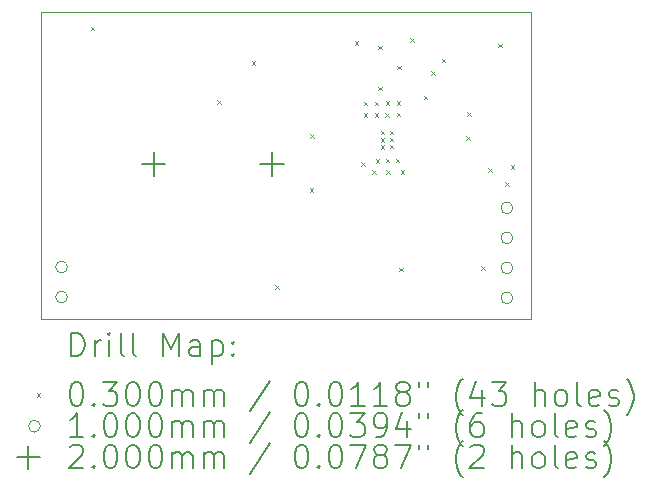
<source format=gbr>
%TF.GenerationSoftware,KiCad,Pcbnew,8.0.5*%
%TF.CreationDate,2025-01-23T11:22:37+01:00*%
%TF.ProjectId,PPP_v3_2,5050505f-7633-45f3-922e-6b696361645f,rev?*%
%TF.SameCoordinates,Original*%
%TF.FileFunction,Drillmap*%
%TF.FilePolarity,Positive*%
%FSLAX45Y45*%
G04 Gerber Fmt 4.5, Leading zero omitted, Abs format (unit mm)*
G04 Created by KiCad (PCBNEW 8.0.5) date 2025-01-23 11:22:37*
%MOMM*%
%LPD*%
G01*
G04 APERTURE LIST*
%ADD10C,0.050000*%
%ADD11C,0.200000*%
%ADD12C,0.100000*%
G04 APERTURE END LIST*
D10*
X13549000Y-7400000D02*
X17700000Y-7400000D01*
X17700000Y-10000000D01*
X13549000Y-10000000D01*
X13549000Y-7400000D01*
D11*
D12*
X13975000Y-7525000D02*
X14005000Y-7555000D01*
X14005000Y-7525000D02*
X13975000Y-7555000D01*
X15045000Y-8145000D02*
X15075000Y-8175000D01*
X15075000Y-8145000D02*
X15045000Y-8175000D01*
X15337500Y-7815000D02*
X15367500Y-7845000D01*
X15367500Y-7815000D02*
X15337500Y-7845000D01*
X15535000Y-9713000D02*
X15565000Y-9743000D01*
X15565000Y-9713000D02*
X15535000Y-9743000D01*
X15829000Y-8893000D02*
X15859000Y-8923000D01*
X15859000Y-8893000D02*
X15829000Y-8923000D01*
X15832000Y-8434000D02*
X15862000Y-8464000D01*
X15862000Y-8434000D02*
X15832000Y-8464000D01*
X16210000Y-7647000D02*
X16240000Y-7677000D01*
X16240000Y-7647000D02*
X16210000Y-7677000D01*
X16262000Y-8674000D02*
X16292000Y-8704000D01*
X16292000Y-8674000D02*
X16262000Y-8704000D01*
X16284000Y-8161000D02*
X16314000Y-8191000D01*
X16314000Y-8161000D02*
X16284000Y-8191000D01*
X16284000Y-8258000D02*
X16314000Y-8288000D01*
X16314000Y-8258000D02*
X16284000Y-8288000D01*
X16355000Y-8740000D02*
X16385000Y-8770000D01*
X16385000Y-8740000D02*
X16355000Y-8770000D01*
X16378000Y-8159000D02*
X16408000Y-8189000D01*
X16408000Y-8159000D02*
X16378000Y-8189000D01*
X16378000Y-8256000D02*
X16408000Y-8286000D01*
X16408000Y-8256000D02*
X16378000Y-8286000D01*
X16385000Y-8645000D02*
X16415000Y-8675000D01*
X16415000Y-8645000D02*
X16385000Y-8675000D01*
X16407000Y-7684000D02*
X16437000Y-7714000D01*
X16437000Y-7684000D02*
X16407000Y-7714000D01*
X16407000Y-8033000D02*
X16437000Y-8063000D01*
X16437000Y-8033000D02*
X16407000Y-8063000D01*
X16428000Y-8406000D02*
X16458000Y-8436000D01*
X16458000Y-8406000D02*
X16428000Y-8436000D01*
X16428000Y-8467000D02*
X16458000Y-8497000D01*
X16458000Y-8467000D02*
X16428000Y-8497000D01*
X16430000Y-8526000D02*
X16460000Y-8556000D01*
X16460000Y-8526000D02*
X16430000Y-8556000D01*
X16468000Y-8258000D02*
X16498000Y-8288000D01*
X16498000Y-8258000D02*
X16468000Y-8288000D01*
X16470000Y-8156000D02*
X16500000Y-8186000D01*
X16500000Y-8156000D02*
X16470000Y-8186000D01*
X16470000Y-8643000D02*
X16500000Y-8673000D01*
X16500000Y-8643000D02*
X16470000Y-8673000D01*
X16477000Y-8738000D02*
X16507000Y-8768000D01*
X16507000Y-8738000D02*
X16477000Y-8768000D01*
X16505000Y-8465000D02*
X16535000Y-8495000D01*
X16535000Y-8465000D02*
X16505000Y-8495000D01*
X16506000Y-8404000D02*
X16536000Y-8434000D01*
X16536000Y-8404000D02*
X16506000Y-8434000D01*
X16506000Y-8525000D02*
X16536000Y-8555000D01*
X16536000Y-8525000D02*
X16506000Y-8555000D01*
X16555000Y-8643000D02*
X16585000Y-8673000D01*
X16585000Y-8643000D02*
X16555000Y-8673000D01*
X16563000Y-8156000D02*
X16593000Y-8186000D01*
X16593000Y-8156000D02*
X16563000Y-8186000D01*
X16563000Y-8251000D02*
X16593000Y-8281000D01*
X16593000Y-8251000D02*
X16563000Y-8281000D01*
X16567000Y-7854000D02*
X16597000Y-7884000D01*
X16597000Y-7854000D02*
X16567000Y-7884000D01*
X16586000Y-9566000D02*
X16616000Y-9596000D01*
X16616000Y-9566000D02*
X16586000Y-9596000D01*
X16598000Y-8740000D02*
X16628000Y-8770000D01*
X16628000Y-8740000D02*
X16598000Y-8770000D01*
X16677000Y-7622000D02*
X16707000Y-7652000D01*
X16707000Y-7622000D02*
X16677000Y-7652000D01*
X16794000Y-8107000D02*
X16824000Y-8137000D01*
X16824000Y-8107000D02*
X16794000Y-8137000D01*
X16857000Y-7903000D02*
X16887000Y-7933000D01*
X16887000Y-7903000D02*
X16857000Y-7933000D01*
X16947000Y-7796000D02*
X16977000Y-7826000D01*
X16977000Y-7796000D02*
X16947000Y-7826000D01*
X17154000Y-8453000D02*
X17184000Y-8483000D01*
X17184000Y-8453000D02*
X17154000Y-8483000D01*
X17160000Y-8248000D02*
X17190000Y-8278000D01*
X17190000Y-8248000D02*
X17160000Y-8278000D01*
X17282000Y-9551000D02*
X17312000Y-9581000D01*
X17312000Y-9551000D02*
X17282000Y-9581000D01*
X17340000Y-8722000D02*
X17370000Y-8752000D01*
X17370000Y-8722000D02*
X17340000Y-8752000D01*
X17425000Y-7670000D02*
X17455000Y-7700000D01*
X17455000Y-7670000D02*
X17425000Y-7700000D01*
X17482000Y-8841000D02*
X17512000Y-8871000D01*
X17512000Y-8841000D02*
X17482000Y-8871000D01*
X17530000Y-8698000D02*
X17560000Y-8728000D01*
X17560000Y-8698000D02*
X17530000Y-8728000D01*
X13777000Y-9560000D02*
G75*
G02*
X13677000Y-9560000I-50000J0D01*
G01*
X13677000Y-9560000D02*
G75*
G02*
X13777000Y-9560000I50000J0D01*
G01*
X13777000Y-9814000D02*
G75*
G02*
X13677000Y-9814000I-50000J0D01*
G01*
X13677000Y-9814000D02*
G75*
G02*
X13777000Y-9814000I50000J0D01*
G01*
X17547000Y-9058000D02*
G75*
G02*
X17447000Y-9058000I-50000J0D01*
G01*
X17447000Y-9058000D02*
G75*
G02*
X17547000Y-9058000I50000J0D01*
G01*
X17547000Y-9312000D02*
G75*
G02*
X17447000Y-9312000I-50000J0D01*
G01*
X17447000Y-9312000D02*
G75*
G02*
X17547000Y-9312000I50000J0D01*
G01*
X17547000Y-9566000D02*
G75*
G02*
X17447000Y-9566000I-50000J0D01*
G01*
X17447000Y-9566000D02*
G75*
G02*
X17547000Y-9566000I50000J0D01*
G01*
X17547000Y-9820000D02*
G75*
G02*
X17447000Y-9820000I-50000J0D01*
G01*
X17447000Y-9820000D02*
G75*
G02*
X17547000Y-9820000I50000J0D01*
G01*
D11*
X14506537Y-8589000D02*
X14506537Y-8789000D01*
X14406537Y-8689000D02*
X14606537Y-8689000D01*
X15506537Y-8589000D02*
X15506537Y-8789000D01*
X15406537Y-8689000D02*
X15606537Y-8689000D01*
X13807277Y-10313984D02*
X13807277Y-10113984D01*
X13807277Y-10113984D02*
X13854896Y-10113984D01*
X13854896Y-10113984D02*
X13883467Y-10123508D01*
X13883467Y-10123508D02*
X13902515Y-10142555D01*
X13902515Y-10142555D02*
X13912039Y-10161603D01*
X13912039Y-10161603D02*
X13921562Y-10199698D01*
X13921562Y-10199698D02*
X13921562Y-10228270D01*
X13921562Y-10228270D02*
X13912039Y-10266365D01*
X13912039Y-10266365D02*
X13902515Y-10285412D01*
X13902515Y-10285412D02*
X13883467Y-10304460D01*
X13883467Y-10304460D02*
X13854896Y-10313984D01*
X13854896Y-10313984D02*
X13807277Y-10313984D01*
X14007277Y-10313984D02*
X14007277Y-10180650D01*
X14007277Y-10218746D02*
X14016801Y-10199698D01*
X14016801Y-10199698D02*
X14026324Y-10190174D01*
X14026324Y-10190174D02*
X14045372Y-10180650D01*
X14045372Y-10180650D02*
X14064420Y-10180650D01*
X14131086Y-10313984D02*
X14131086Y-10180650D01*
X14131086Y-10113984D02*
X14121562Y-10123508D01*
X14121562Y-10123508D02*
X14131086Y-10133031D01*
X14131086Y-10133031D02*
X14140610Y-10123508D01*
X14140610Y-10123508D02*
X14131086Y-10113984D01*
X14131086Y-10113984D02*
X14131086Y-10133031D01*
X14254896Y-10313984D02*
X14235848Y-10304460D01*
X14235848Y-10304460D02*
X14226324Y-10285412D01*
X14226324Y-10285412D02*
X14226324Y-10113984D01*
X14359658Y-10313984D02*
X14340610Y-10304460D01*
X14340610Y-10304460D02*
X14331086Y-10285412D01*
X14331086Y-10285412D02*
X14331086Y-10113984D01*
X14588229Y-10313984D02*
X14588229Y-10113984D01*
X14588229Y-10113984D02*
X14654896Y-10256841D01*
X14654896Y-10256841D02*
X14721562Y-10113984D01*
X14721562Y-10113984D02*
X14721562Y-10313984D01*
X14902515Y-10313984D02*
X14902515Y-10209222D01*
X14902515Y-10209222D02*
X14892991Y-10190174D01*
X14892991Y-10190174D02*
X14873943Y-10180650D01*
X14873943Y-10180650D02*
X14835848Y-10180650D01*
X14835848Y-10180650D02*
X14816801Y-10190174D01*
X14902515Y-10304460D02*
X14883467Y-10313984D01*
X14883467Y-10313984D02*
X14835848Y-10313984D01*
X14835848Y-10313984D02*
X14816801Y-10304460D01*
X14816801Y-10304460D02*
X14807277Y-10285412D01*
X14807277Y-10285412D02*
X14807277Y-10266365D01*
X14807277Y-10266365D02*
X14816801Y-10247317D01*
X14816801Y-10247317D02*
X14835848Y-10237793D01*
X14835848Y-10237793D02*
X14883467Y-10237793D01*
X14883467Y-10237793D02*
X14902515Y-10228270D01*
X14997753Y-10180650D02*
X14997753Y-10380650D01*
X14997753Y-10190174D02*
X15016801Y-10180650D01*
X15016801Y-10180650D02*
X15054896Y-10180650D01*
X15054896Y-10180650D02*
X15073943Y-10190174D01*
X15073943Y-10190174D02*
X15083467Y-10199698D01*
X15083467Y-10199698D02*
X15092991Y-10218746D01*
X15092991Y-10218746D02*
X15092991Y-10275889D01*
X15092991Y-10275889D02*
X15083467Y-10294936D01*
X15083467Y-10294936D02*
X15073943Y-10304460D01*
X15073943Y-10304460D02*
X15054896Y-10313984D01*
X15054896Y-10313984D02*
X15016801Y-10313984D01*
X15016801Y-10313984D02*
X14997753Y-10304460D01*
X15178705Y-10294936D02*
X15188229Y-10304460D01*
X15188229Y-10304460D02*
X15178705Y-10313984D01*
X15178705Y-10313984D02*
X15169182Y-10304460D01*
X15169182Y-10304460D02*
X15178705Y-10294936D01*
X15178705Y-10294936D02*
X15178705Y-10313984D01*
X15178705Y-10190174D02*
X15188229Y-10199698D01*
X15188229Y-10199698D02*
X15178705Y-10209222D01*
X15178705Y-10209222D02*
X15169182Y-10199698D01*
X15169182Y-10199698D02*
X15178705Y-10190174D01*
X15178705Y-10190174D02*
X15178705Y-10209222D01*
D12*
X13516500Y-10627500D02*
X13546500Y-10657500D01*
X13546500Y-10627500D02*
X13516500Y-10657500D01*
D11*
X13845372Y-10533984D02*
X13864420Y-10533984D01*
X13864420Y-10533984D02*
X13883467Y-10543508D01*
X13883467Y-10543508D02*
X13892991Y-10553031D01*
X13892991Y-10553031D02*
X13902515Y-10572079D01*
X13902515Y-10572079D02*
X13912039Y-10610174D01*
X13912039Y-10610174D02*
X13912039Y-10657793D01*
X13912039Y-10657793D02*
X13902515Y-10695889D01*
X13902515Y-10695889D02*
X13892991Y-10714936D01*
X13892991Y-10714936D02*
X13883467Y-10724460D01*
X13883467Y-10724460D02*
X13864420Y-10733984D01*
X13864420Y-10733984D02*
X13845372Y-10733984D01*
X13845372Y-10733984D02*
X13826324Y-10724460D01*
X13826324Y-10724460D02*
X13816801Y-10714936D01*
X13816801Y-10714936D02*
X13807277Y-10695889D01*
X13807277Y-10695889D02*
X13797753Y-10657793D01*
X13797753Y-10657793D02*
X13797753Y-10610174D01*
X13797753Y-10610174D02*
X13807277Y-10572079D01*
X13807277Y-10572079D02*
X13816801Y-10553031D01*
X13816801Y-10553031D02*
X13826324Y-10543508D01*
X13826324Y-10543508D02*
X13845372Y-10533984D01*
X13997753Y-10714936D02*
X14007277Y-10724460D01*
X14007277Y-10724460D02*
X13997753Y-10733984D01*
X13997753Y-10733984D02*
X13988229Y-10724460D01*
X13988229Y-10724460D02*
X13997753Y-10714936D01*
X13997753Y-10714936D02*
X13997753Y-10733984D01*
X14073943Y-10533984D02*
X14197753Y-10533984D01*
X14197753Y-10533984D02*
X14131086Y-10610174D01*
X14131086Y-10610174D02*
X14159658Y-10610174D01*
X14159658Y-10610174D02*
X14178705Y-10619698D01*
X14178705Y-10619698D02*
X14188229Y-10629222D01*
X14188229Y-10629222D02*
X14197753Y-10648270D01*
X14197753Y-10648270D02*
X14197753Y-10695889D01*
X14197753Y-10695889D02*
X14188229Y-10714936D01*
X14188229Y-10714936D02*
X14178705Y-10724460D01*
X14178705Y-10724460D02*
X14159658Y-10733984D01*
X14159658Y-10733984D02*
X14102515Y-10733984D01*
X14102515Y-10733984D02*
X14083467Y-10724460D01*
X14083467Y-10724460D02*
X14073943Y-10714936D01*
X14321562Y-10533984D02*
X14340610Y-10533984D01*
X14340610Y-10533984D02*
X14359658Y-10543508D01*
X14359658Y-10543508D02*
X14369182Y-10553031D01*
X14369182Y-10553031D02*
X14378705Y-10572079D01*
X14378705Y-10572079D02*
X14388229Y-10610174D01*
X14388229Y-10610174D02*
X14388229Y-10657793D01*
X14388229Y-10657793D02*
X14378705Y-10695889D01*
X14378705Y-10695889D02*
X14369182Y-10714936D01*
X14369182Y-10714936D02*
X14359658Y-10724460D01*
X14359658Y-10724460D02*
X14340610Y-10733984D01*
X14340610Y-10733984D02*
X14321562Y-10733984D01*
X14321562Y-10733984D02*
X14302515Y-10724460D01*
X14302515Y-10724460D02*
X14292991Y-10714936D01*
X14292991Y-10714936D02*
X14283467Y-10695889D01*
X14283467Y-10695889D02*
X14273943Y-10657793D01*
X14273943Y-10657793D02*
X14273943Y-10610174D01*
X14273943Y-10610174D02*
X14283467Y-10572079D01*
X14283467Y-10572079D02*
X14292991Y-10553031D01*
X14292991Y-10553031D02*
X14302515Y-10543508D01*
X14302515Y-10543508D02*
X14321562Y-10533984D01*
X14512039Y-10533984D02*
X14531086Y-10533984D01*
X14531086Y-10533984D02*
X14550134Y-10543508D01*
X14550134Y-10543508D02*
X14559658Y-10553031D01*
X14559658Y-10553031D02*
X14569182Y-10572079D01*
X14569182Y-10572079D02*
X14578705Y-10610174D01*
X14578705Y-10610174D02*
X14578705Y-10657793D01*
X14578705Y-10657793D02*
X14569182Y-10695889D01*
X14569182Y-10695889D02*
X14559658Y-10714936D01*
X14559658Y-10714936D02*
X14550134Y-10724460D01*
X14550134Y-10724460D02*
X14531086Y-10733984D01*
X14531086Y-10733984D02*
X14512039Y-10733984D01*
X14512039Y-10733984D02*
X14492991Y-10724460D01*
X14492991Y-10724460D02*
X14483467Y-10714936D01*
X14483467Y-10714936D02*
X14473943Y-10695889D01*
X14473943Y-10695889D02*
X14464420Y-10657793D01*
X14464420Y-10657793D02*
X14464420Y-10610174D01*
X14464420Y-10610174D02*
X14473943Y-10572079D01*
X14473943Y-10572079D02*
X14483467Y-10553031D01*
X14483467Y-10553031D02*
X14492991Y-10543508D01*
X14492991Y-10543508D02*
X14512039Y-10533984D01*
X14664420Y-10733984D02*
X14664420Y-10600650D01*
X14664420Y-10619698D02*
X14673943Y-10610174D01*
X14673943Y-10610174D02*
X14692991Y-10600650D01*
X14692991Y-10600650D02*
X14721563Y-10600650D01*
X14721563Y-10600650D02*
X14740610Y-10610174D01*
X14740610Y-10610174D02*
X14750134Y-10629222D01*
X14750134Y-10629222D02*
X14750134Y-10733984D01*
X14750134Y-10629222D02*
X14759658Y-10610174D01*
X14759658Y-10610174D02*
X14778705Y-10600650D01*
X14778705Y-10600650D02*
X14807277Y-10600650D01*
X14807277Y-10600650D02*
X14826324Y-10610174D01*
X14826324Y-10610174D02*
X14835848Y-10629222D01*
X14835848Y-10629222D02*
X14835848Y-10733984D01*
X14931086Y-10733984D02*
X14931086Y-10600650D01*
X14931086Y-10619698D02*
X14940610Y-10610174D01*
X14940610Y-10610174D02*
X14959658Y-10600650D01*
X14959658Y-10600650D02*
X14988229Y-10600650D01*
X14988229Y-10600650D02*
X15007277Y-10610174D01*
X15007277Y-10610174D02*
X15016801Y-10629222D01*
X15016801Y-10629222D02*
X15016801Y-10733984D01*
X15016801Y-10629222D02*
X15026324Y-10610174D01*
X15026324Y-10610174D02*
X15045372Y-10600650D01*
X15045372Y-10600650D02*
X15073943Y-10600650D01*
X15073943Y-10600650D02*
X15092991Y-10610174D01*
X15092991Y-10610174D02*
X15102515Y-10629222D01*
X15102515Y-10629222D02*
X15102515Y-10733984D01*
X15492991Y-10524460D02*
X15321563Y-10781603D01*
X15750134Y-10533984D02*
X15769182Y-10533984D01*
X15769182Y-10533984D02*
X15788229Y-10543508D01*
X15788229Y-10543508D02*
X15797753Y-10553031D01*
X15797753Y-10553031D02*
X15807277Y-10572079D01*
X15807277Y-10572079D02*
X15816801Y-10610174D01*
X15816801Y-10610174D02*
X15816801Y-10657793D01*
X15816801Y-10657793D02*
X15807277Y-10695889D01*
X15807277Y-10695889D02*
X15797753Y-10714936D01*
X15797753Y-10714936D02*
X15788229Y-10724460D01*
X15788229Y-10724460D02*
X15769182Y-10733984D01*
X15769182Y-10733984D02*
X15750134Y-10733984D01*
X15750134Y-10733984D02*
X15731086Y-10724460D01*
X15731086Y-10724460D02*
X15721563Y-10714936D01*
X15721563Y-10714936D02*
X15712039Y-10695889D01*
X15712039Y-10695889D02*
X15702515Y-10657793D01*
X15702515Y-10657793D02*
X15702515Y-10610174D01*
X15702515Y-10610174D02*
X15712039Y-10572079D01*
X15712039Y-10572079D02*
X15721563Y-10553031D01*
X15721563Y-10553031D02*
X15731086Y-10543508D01*
X15731086Y-10543508D02*
X15750134Y-10533984D01*
X15902515Y-10714936D02*
X15912039Y-10724460D01*
X15912039Y-10724460D02*
X15902515Y-10733984D01*
X15902515Y-10733984D02*
X15892991Y-10724460D01*
X15892991Y-10724460D02*
X15902515Y-10714936D01*
X15902515Y-10714936D02*
X15902515Y-10733984D01*
X16035848Y-10533984D02*
X16054896Y-10533984D01*
X16054896Y-10533984D02*
X16073944Y-10543508D01*
X16073944Y-10543508D02*
X16083467Y-10553031D01*
X16083467Y-10553031D02*
X16092991Y-10572079D01*
X16092991Y-10572079D02*
X16102515Y-10610174D01*
X16102515Y-10610174D02*
X16102515Y-10657793D01*
X16102515Y-10657793D02*
X16092991Y-10695889D01*
X16092991Y-10695889D02*
X16083467Y-10714936D01*
X16083467Y-10714936D02*
X16073944Y-10724460D01*
X16073944Y-10724460D02*
X16054896Y-10733984D01*
X16054896Y-10733984D02*
X16035848Y-10733984D01*
X16035848Y-10733984D02*
X16016801Y-10724460D01*
X16016801Y-10724460D02*
X16007277Y-10714936D01*
X16007277Y-10714936D02*
X15997753Y-10695889D01*
X15997753Y-10695889D02*
X15988229Y-10657793D01*
X15988229Y-10657793D02*
X15988229Y-10610174D01*
X15988229Y-10610174D02*
X15997753Y-10572079D01*
X15997753Y-10572079D02*
X16007277Y-10553031D01*
X16007277Y-10553031D02*
X16016801Y-10543508D01*
X16016801Y-10543508D02*
X16035848Y-10533984D01*
X16292991Y-10733984D02*
X16178706Y-10733984D01*
X16235848Y-10733984D02*
X16235848Y-10533984D01*
X16235848Y-10533984D02*
X16216801Y-10562555D01*
X16216801Y-10562555D02*
X16197753Y-10581603D01*
X16197753Y-10581603D02*
X16178706Y-10591127D01*
X16483467Y-10733984D02*
X16369182Y-10733984D01*
X16426325Y-10733984D02*
X16426325Y-10533984D01*
X16426325Y-10533984D02*
X16407277Y-10562555D01*
X16407277Y-10562555D02*
X16388229Y-10581603D01*
X16388229Y-10581603D02*
X16369182Y-10591127D01*
X16597753Y-10619698D02*
X16578706Y-10610174D01*
X16578706Y-10610174D02*
X16569182Y-10600650D01*
X16569182Y-10600650D02*
X16559658Y-10581603D01*
X16559658Y-10581603D02*
X16559658Y-10572079D01*
X16559658Y-10572079D02*
X16569182Y-10553031D01*
X16569182Y-10553031D02*
X16578706Y-10543508D01*
X16578706Y-10543508D02*
X16597753Y-10533984D01*
X16597753Y-10533984D02*
X16635848Y-10533984D01*
X16635848Y-10533984D02*
X16654896Y-10543508D01*
X16654896Y-10543508D02*
X16664420Y-10553031D01*
X16664420Y-10553031D02*
X16673944Y-10572079D01*
X16673944Y-10572079D02*
X16673944Y-10581603D01*
X16673944Y-10581603D02*
X16664420Y-10600650D01*
X16664420Y-10600650D02*
X16654896Y-10610174D01*
X16654896Y-10610174D02*
X16635848Y-10619698D01*
X16635848Y-10619698D02*
X16597753Y-10619698D01*
X16597753Y-10619698D02*
X16578706Y-10629222D01*
X16578706Y-10629222D02*
X16569182Y-10638746D01*
X16569182Y-10638746D02*
X16559658Y-10657793D01*
X16559658Y-10657793D02*
X16559658Y-10695889D01*
X16559658Y-10695889D02*
X16569182Y-10714936D01*
X16569182Y-10714936D02*
X16578706Y-10724460D01*
X16578706Y-10724460D02*
X16597753Y-10733984D01*
X16597753Y-10733984D02*
X16635848Y-10733984D01*
X16635848Y-10733984D02*
X16654896Y-10724460D01*
X16654896Y-10724460D02*
X16664420Y-10714936D01*
X16664420Y-10714936D02*
X16673944Y-10695889D01*
X16673944Y-10695889D02*
X16673944Y-10657793D01*
X16673944Y-10657793D02*
X16664420Y-10638746D01*
X16664420Y-10638746D02*
X16654896Y-10629222D01*
X16654896Y-10629222D02*
X16635848Y-10619698D01*
X16750134Y-10533984D02*
X16750134Y-10572079D01*
X16826325Y-10533984D02*
X16826325Y-10572079D01*
X17121563Y-10810174D02*
X17112039Y-10800650D01*
X17112039Y-10800650D02*
X17092991Y-10772079D01*
X17092991Y-10772079D02*
X17083468Y-10753031D01*
X17083468Y-10753031D02*
X17073944Y-10724460D01*
X17073944Y-10724460D02*
X17064420Y-10676841D01*
X17064420Y-10676841D02*
X17064420Y-10638746D01*
X17064420Y-10638746D02*
X17073944Y-10591127D01*
X17073944Y-10591127D02*
X17083468Y-10562555D01*
X17083468Y-10562555D02*
X17092991Y-10543508D01*
X17092991Y-10543508D02*
X17112039Y-10514936D01*
X17112039Y-10514936D02*
X17121563Y-10505412D01*
X17283468Y-10600650D02*
X17283468Y-10733984D01*
X17235849Y-10524460D02*
X17188230Y-10667317D01*
X17188230Y-10667317D02*
X17312039Y-10667317D01*
X17369182Y-10533984D02*
X17492991Y-10533984D01*
X17492991Y-10533984D02*
X17426325Y-10610174D01*
X17426325Y-10610174D02*
X17454896Y-10610174D01*
X17454896Y-10610174D02*
X17473944Y-10619698D01*
X17473944Y-10619698D02*
X17483468Y-10629222D01*
X17483468Y-10629222D02*
X17492991Y-10648270D01*
X17492991Y-10648270D02*
X17492991Y-10695889D01*
X17492991Y-10695889D02*
X17483468Y-10714936D01*
X17483468Y-10714936D02*
X17473944Y-10724460D01*
X17473944Y-10724460D02*
X17454896Y-10733984D01*
X17454896Y-10733984D02*
X17397753Y-10733984D01*
X17397753Y-10733984D02*
X17378706Y-10724460D01*
X17378706Y-10724460D02*
X17369182Y-10714936D01*
X17731087Y-10733984D02*
X17731087Y-10533984D01*
X17816801Y-10733984D02*
X17816801Y-10629222D01*
X17816801Y-10629222D02*
X17807277Y-10610174D01*
X17807277Y-10610174D02*
X17788230Y-10600650D01*
X17788230Y-10600650D02*
X17759658Y-10600650D01*
X17759658Y-10600650D02*
X17740611Y-10610174D01*
X17740611Y-10610174D02*
X17731087Y-10619698D01*
X17940611Y-10733984D02*
X17921563Y-10724460D01*
X17921563Y-10724460D02*
X17912039Y-10714936D01*
X17912039Y-10714936D02*
X17902515Y-10695889D01*
X17902515Y-10695889D02*
X17902515Y-10638746D01*
X17902515Y-10638746D02*
X17912039Y-10619698D01*
X17912039Y-10619698D02*
X17921563Y-10610174D01*
X17921563Y-10610174D02*
X17940611Y-10600650D01*
X17940611Y-10600650D02*
X17969182Y-10600650D01*
X17969182Y-10600650D02*
X17988230Y-10610174D01*
X17988230Y-10610174D02*
X17997753Y-10619698D01*
X17997753Y-10619698D02*
X18007277Y-10638746D01*
X18007277Y-10638746D02*
X18007277Y-10695889D01*
X18007277Y-10695889D02*
X17997753Y-10714936D01*
X17997753Y-10714936D02*
X17988230Y-10724460D01*
X17988230Y-10724460D02*
X17969182Y-10733984D01*
X17969182Y-10733984D02*
X17940611Y-10733984D01*
X18121563Y-10733984D02*
X18102515Y-10724460D01*
X18102515Y-10724460D02*
X18092992Y-10705412D01*
X18092992Y-10705412D02*
X18092992Y-10533984D01*
X18273944Y-10724460D02*
X18254896Y-10733984D01*
X18254896Y-10733984D02*
X18216801Y-10733984D01*
X18216801Y-10733984D02*
X18197753Y-10724460D01*
X18197753Y-10724460D02*
X18188230Y-10705412D01*
X18188230Y-10705412D02*
X18188230Y-10629222D01*
X18188230Y-10629222D02*
X18197753Y-10610174D01*
X18197753Y-10610174D02*
X18216801Y-10600650D01*
X18216801Y-10600650D02*
X18254896Y-10600650D01*
X18254896Y-10600650D02*
X18273944Y-10610174D01*
X18273944Y-10610174D02*
X18283468Y-10629222D01*
X18283468Y-10629222D02*
X18283468Y-10648270D01*
X18283468Y-10648270D02*
X18188230Y-10667317D01*
X18359658Y-10724460D02*
X18378706Y-10733984D01*
X18378706Y-10733984D02*
X18416801Y-10733984D01*
X18416801Y-10733984D02*
X18435849Y-10724460D01*
X18435849Y-10724460D02*
X18445373Y-10705412D01*
X18445373Y-10705412D02*
X18445373Y-10695889D01*
X18445373Y-10695889D02*
X18435849Y-10676841D01*
X18435849Y-10676841D02*
X18416801Y-10667317D01*
X18416801Y-10667317D02*
X18388230Y-10667317D01*
X18388230Y-10667317D02*
X18369182Y-10657793D01*
X18369182Y-10657793D02*
X18359658Y-10638746D01*
X18359658Y-10638746D02*
X18359658Y-10629222D01*
X18359658Y-10629222D02*
X18369182Y-10610174D01*
X18369182Y-10610174D02*
X18388230Y-10600650D01*
X18388230Y-10600650D02*
X18416801Y-10600650D01*
X18416801Y-10600650D02*
X18435849Y-10610174D01*
X18512039Y-10810174D02*
X18521563Y-10800650D01*
X18521563Y-10800650D02*
X18540611Y-10772079D01*
X18540611Y-10772079D02*
X18550134Y-10753031D01*
X18550134Y-10753031D02*
X18559658Y-10724460D01*
X18559658Y-10724460D02*
X18569182Y-10676841D01*
X18569182Y-10676841D02*
X18569182Y-10638746D01*
X18569182Y-10638746D02*
X18559658Y-10591127D01*
X18559658Y-10591127D02*
X18550134Y-10562555D01*
X18550134Y-10562555D02*
X18540611Y-10543508D01*
X18540611Y-10543508D02*
X18521563Y-10514936D01*
X18521563Y-10514936D02*
X18512039Y-10505412D01*
D12*
X13546500Y-10906500D02*
G75*
G02*
X13446500Y-10906500I-50000J0D01*
G01*
X13446500Y-10906500D02*
G75*
G02*
X13546500Y-10906500I50000J0D01*
G01*
D11*
X13912039Y-10997984D02*
X13797753Y-10997984D01*
X13854896Y-10997984D02*
X13854896Y-10797984D01*
X13854896Y-10797984D02*
X13835848Y-10826555D01*
X13835848Y-10826555D02*
X13816801Y-10845603D01*
X13816801Y-10845603D02*
X13797753Y-10855127D01*
X13997753Y-10978936D02*
X14007277Y-10988460D01*
X14007277Y-10988460D02*
X13997753Y-10997984D01*
X13997753Y-10997984D02*
X13988229Y-10988460D01*
X13988229Y-10988460D02*
X13997753Y-10978936D01*
X13997753Y-10978936D02*
X13997753Y-10997984D01*
X14131086Y-10797984D02*
X14150134Y-10797984D01*
X14150134Y-10797984D02*
X14169182Y-10807508D01*
X14169182Y-10807508D02*
X14178705Y-10817031D01*
X14178705Y-10817031D02*
X14188229Y-10836079D01*
X14188229Y-10836079D02*
X14197753Y-10874174D01*
X14197753Y-10874174D02*
X14197753Y-10921793D01*
X14197753Y-10921793D02*
X14188229Y-10959889D01*
X14188229Y-10959889D02*
X14178705Y-10978936D01*
X14178705Y-10978936D02*
X14169182Y-10988460D01*
X14169182Y-10988460D02*
X14150134Y-10997984D01*
X14150134Y-10997984D02*
X14131086Y-10997984D01*
X14131086Y-10997984D02*
X14112039Y-10988460D01*
X14112039Y-10988460D02*
X14102515Y-10978936D01*
X14102515Y-10978936D02*
X14092991Y-10959889D01*
X14092991Y-10959889D02*
X14083467Y-10921793D01*
X14083467Y-10921793D02*
X14083467Y-10874174D01*
X14083467Y-10874174D02*
X14092991Y-10836079D01*
X14092991Y-10836079D02*
X14102515Y-10817031D01*
X14102515Y-10817031D02*
X14112039Y-10807508D01*
X14112039Y-10807508D02*
X14131086Y-10797984D01*
X14321562Y-10797984D02*
X14340610Y-10797984D01*
X14340610Y-10797984D02*
X14359658Y-10807508D01*
X14359658Y-10807508D02*
X14369182Y-10817031D01*
X14369182Y-10817031D02*
X14378705Y-10836079D01*
X14378705Y-10836079D02*
X14388229Y-10874174D01*
X14388229Y-10874174D02*
X14388229Y-10921793D01*
X14388229Y-10921793D02*
X14378705Y-10959889D01*
X14378705Y-10959889D02*
X14369182Y-10978936D01*
X14369182Y-10978936D02*
X14359658Y-10988460D01*
X14359658Y-10988460D02*
X14340610Y-10997984D01*
X14340610Y-10997984D02*
X14321562Y-10997984D01*
X14321562Y-10997984D02*
X14302515Y-10988460D01*
X14302515Y-10988460D02*
X14292991Y-10978936D01*
X14292991Y-10978936D02*
X14283467Y-10959889D01*
X14283467Y-10959889D02*
X14273943Y-10921793D01*
X14273943Y-10921793D02*
X14273943Y-10874174D01*
X14273943Y-10874174D02*
X14283467Y-10836079D01*
X14283467Y-10836079D02*
X14292991Y-10817031D01*
X14292991Y-10817031D02*
X14302515Y-10807508D01*
X14302515Y-10807508D02*
X14321562Y-10797984D01*
X14512039Y-10797984D02*
X14531086Y-10797984D01*
X14531086Y-10797984D02*
X14550134Y-10807508D01*
X14550134Y-10807508D02*
X14559658Y-10817031D01*
X14559658Y-10817031D02*
X14569182Y-10836079D01*
X14569182Y-10836079D02*
X14578705Y-10874174D01*
X14578705Y-10874174D02*
X14578705Y-10921793D01*
X14578705Y-10921793D02*
X14569182Y-10959889D01*
X14569182Y-10959889D02*
X14559658Y-10978936D01*
X14559658Y-10978936D02*
X14550134Y-10988460D01*
X14550134Y-10988460D02*
X14531086Y-10997984D01*
X14531086Y-10997984D02*
X14512039Y-10997984D01*
X14512039Y-10997984D02*
X14492991Y-10988460D01*
X14492991Y-10988460D02*
X14483467Y-10978936D01*
X14483467Y-10978936D02*
X14473943Y-10959889D01*
X14473943Y-10959889D02*
X14464420Y-10921793D01*
X14464420Y-10921793D02*
X14464420Y-10874174D01*
X14464420Y-10874174D02*
X14473943Y-10836079D01*
X14473943Y-10836079D02*
X14483467Y-10817031D01*
X14483467Y-10817031D02*
X14492991Y-10807508D01*
X14492991Y-10807508D02*
X14512039Y-10797984D01*
X14664420Y-10997984D02*
X14664420Y-10864650D01*
X14664420Y-10883698D02*
X14673943Y-10874174D01*
X14673943Y-10874174D02*
X14692991Y-10864650D01*
X14692991Y-10864650D02*
X14721563Y-10864650D01*
X14721563Y-10864650D02*
X14740610Y-10874174D01*
X14740610Y-10874174D02*
X14750134Y-10893222D01*
X14750134Y-10893222D02*
X14750134Y-10997984D01*
X14750134Y-10893222D02*
X14759658Y-10874174D01*
X14759658Y-10874174D02*
X14778705Y-10864650D01*
X14778705Y-10864650D02*
X14807277Y-10864650D01*
X14807277Y-10864650D02*
X14826324Y-10874174D01*
X14826324Y-10874174D02*
X14835848Y-10893222D01*
X14835848Y-10893222D02*
X14835848Y-10997984D01*
X14931086Y-10997984D02*
X14931086Y-10864650D01*
X14931086Y-10883698D02*
X14940610Y-10874174D01*
X14940610Y-10874174D02*
X14959658Y-10864650D01*
X14959658Y-10864650D02*
X14988229Y-10864650D01*
X14988229Y-10864650D02*
X15007277Y-10874174D01*
X15007277Y-10874174D02*
X15016801Y-10893222D01*
X15016801Y-10893222D02*
X15016801Y-10997984D01*
X15016801Y-10893222D02*
X15026324Y-10874174D01*
X15026324Y-10874174D02*
X15045372Y-10864650D01*
X15045372Y-10864650D02*
X15073943Y-10864650D01*
X15073943Y-10864650D02*
X15092991Y-10874174D01*
X15092991Y-10874174D02*
X15102515Y-10893222D01*
X15102515Y-10893222D02*
X15102515Y-10997984D01*
X15492991Y-10788460D02*
X15321563Y-11045603D01*
X15750134Y-10797984D02*
X15769182Y-10797984D01*
X15769182Y-10797984D02*
X15788229Y-10807508D01*
X15788229Y-10807508D02*
X15797753Y-10817031D01*
X15797753Y-10817031D02*
X15807277Y-10836079D01*
X15807277Y-10836079D02*
X15816801Y-10874174D01*
X15816801Y-10874174D02*
X15816801Y-10921793D01*
X15816801Y-10921793D02*
X15807277Y-10959889D01*
X15807277Y-10959889D02*
X15797753Y-10978936D01*
X15797753Y-10978936D02*
X15788229Y-10988460D01*
X15788229Y-10988460D02*
X15769182Y-10997984D01*
X15769182Y-10997984D02*
X15750134Y-10997984D01*
X15750134Y-10997984D02*
X15731086Y-10988460D01*
X15731086Y-10988460D02*
X15721563Y-10978936D01*
X15721563Y-10978936D02*
X15712039Y-10959889D01*
X15712039Y-10959889D02*
X15702515Y-10921793D01*
X15702515Y-10921793D02*
X15702515Y-10874174D01*
X15702515Y-10874174D02*
X15712039Y-10836079D01*
X15712039Y-10836079D02*
X15721563Y-10817031D01*
X15721563Y-10817031D02*
X15731086Y-10807508D01*
X15731086Y-10807508D02*
X15750134Y-10797984D01*
X15902515Y-10978936D02*
X15912039Y-10988460D01*
X15912039Y-10988460D02*
X15902515Y-10997984D01*
X15902515Y-10997984D02*
X15892991Y-10988460D01*
X15892991Y-10988460D02*
X15902515Y-10978936D01*
X15902515Y-10978936D02*
X15902515Y-10997984D01*
X16035848Y-10797984D02*
X16054896Y-10797984D01*
X16054896Y-10797984D02*
X16073944Y-10807508D01*
X16073944Y-10807508D02*
X16083467Y-10817031D01*
X16083467Y-10817031D02*
X16092991Y-10836079D01*
X16092991Y-10836079D02*
X16102515Y-10874174D01*
X16102515Y-10874174D02*
X16102515Y-10921793D01*
X16102515Y-10921793D02*
X16092991Y-10959889D01*
X16092991Y-10959889D02*
X16083467Y-10978936D01*
X16083467Y-10978936D02*
X16073944Y-10988460D01*
X16073944Y-10988460D02*
X16054896Y-10997984D01*
X16054896Y-10997984D02*
X16035848Y-10997984D01*
X16035848Y-10997984D02*
X16016801Y-10988460D01*
X16016801Y-10988460D02*
X16007277Y-10978936D01*
X16007277Y-10978936D02*
X15997753Y-10959889D01*
X15997753Y-10959889D02*
X15988229Y-10921793D01*
X15988229Y-10921793D02*
X15988229Y-10874174D01*
X15988229Y-10874174D02*
X15997753Y-10836079D01*
X15997753Y-10836079D02*
X16007277Y-10817031D01*
X16007277Y-10817031D02*
X16016801Y-10807508D01*
X16016801Y-10807508D02*
X16035848Y-10797984D01*
X16169182Y-10797984D02*
X16292991Y-10797984D01*
X16292991Y-10797984D02*
X16226325Y-10874174D01*
X16226325Y-10874174D02*
X16254896Y-10874174D01*
X16254896Y-10874174D02*
X16273944Y-10883698D01*
X16273944Y-10883698D02*
X16283467Y-10893222D01*
X16283467Y-10893222D02*
X16292991Y-10912270D01*
X16292991Y-10912270D02*
X16292991Y-10959889D01*
X16292991Y-10959889D02*
X16283467Y-10978936D01*
X16283467Y-10978936D02*
X16273944Y-10988460D01*
X16273944Y-10988460D02*
X16254896Y-10997984D01*
X16254896Y-10997984D02*
X16197753Y-10997984D01*
X16197753Y-10997984D02*
X16178706Y-10988460D01*
X16178706Y-10988460D02*
X16169182Y-10978936D01*
X16388229Y-10997984D02*
X16426325Y-10997984D01*
X16426325Y-10997984D02*
X16445372Y-10988460D01*
X16445372Y-10988460D02*
X16454896Y-10978936D01*
X16454896Y-10978936D02*
X16473944Y-10950365D01*
X16473944Y-10950365D02*
X16483467Y-10912270D01*
X16483467Y-10912270D02*
X16483467Y-10836079D01*
X16483467Y-10836079D02*
X16473944Y-10817031D01*
X16473944Y-10817031D02*
X16464420Y-10807508D01*
X16464420Y-10807508D02*
X16445372Y-10797984D01*
X16445372Y-10797984D02*
X16407277Y-10797984D01*
X16407277Y-10797984D02*
X16388229Y-10807508D01*
X16388229Y-10807508D02*
X16378706Y-10817031D01*
X16378706Y-10817031D02*
X16369182Y-10836079D01*
X16369182Y-10836079D02*
X16369182Y-10883698D01*
X16369182Y-10883698D02*
X16378706Y-10902746D01*
X16378706Y-10902746D02*
X16388229Y-10912270D01*
X16388229Y-10912270D02*
X16407277Y-10921793D01*
X16407277Y-10921793D02*
X16445372Y-10921793D01*
X16445372Y-10921793D02*
X16464420Y-10912270D01*
X16464420Y-10912270D02*
X16473944Y-10902746D01*
X16473944Y-10902746D02*
X16483467Y-10883698D01*
X16654896Y-10864650D02*
X16654896Y-10997984D01*
X16607277Y-10788460D02*
X16559658Y-10931317D01*
X16559658Y-10931317D02*
X16683467Y-10931317D01*
X16750134Y-10797984D02*
X16750134Y-10836079D01*
X16826325Y-10797984D02*
X16826325Y-10836079D01*
X17121563Y-11074174D02*
X17112039Y-11064650D01*
X17112039Y-11064650D02*
X17092991Y-11036079D01*
X17092991Y-11036079D02*
X17083468Y-11017031D01*
X17083468Y-11017031D02*
X17073944Y-10988460D01*
X17073944Y-10988460D02*
X17064420Y-10940841D01*
X17064420Y-10940841D02*
X17064420Y-10902746D01*
X17064420Y-10902746D02*
X17073944Y-10855127D01*
X17073944Y-10855127D02*
X17083468Y-10826555D01*
X17083468Y-10826555D02*
X17092991Y-10807508D01*
X17092991Y-10807508D02*
X17112039Y-10778936D01*
X17112039Y-10778936D02*
X17121563Y-10769412D01*
X17283468Y-10797984D02*
X17245372Y-10797984D01*
X17245372Y-10797984D02*
X17226325Y-10807508D01*
X17226325Y-10807508D02*
X17216801Y-10817031D01*
X17216801Y-10817031D02*
X17197753Y-10845603D01*
X17197753Y-10845603D02*
X17188230Y-10883698D01*
X17188230Y-10883698D02*
X17188230Y-10959889D01*
X17188230Y-10959889D02*
X17197753Y-10978936D01*
X17197753Y-10978936D02*
X17207277Y-10988460D01*
X17207277Y-10988460D02*
X17226325Y-10997984D01*
X17226325Y-10997984D02*
X17264420Y-10997984D01*
X17264420Y-10997984D02*
X17283468Y-10988460D01*
X17283468Y-10988460D02*
X17292991Y-10978936D01*
X17292991Y-10978936D02*
X17302515Y-10959889D01*
X17302515Y-10959889D02*
X17302515Y-10912270D01*
X17302515Y-10912270D02*
X17292991Y-10893222D01*
X17292991Y-10893222D02*
X17283468Y-10883698D01*
X17283468Y-10883698D02*
X17264420Y-10874174D01*
X17264420Y-10874174D02*
X17226325Y-10874174D01*
X17226325Y-10874174D02*
X17207277Y-10883698D01*
X17207277Y-10883698D02*
X17197753Y-10893222D01*
X17197753Y-10893222D02*
X17188230Y-10912270D01*
X17540611Y-10997984D02*
X17540611Y-10797984D01*
X17626325Y-10997984D02*
X17626325Y-10893222D01*
X17626325Y-10893222D02*
X17616801Y-10874174D01*
X17616801Y-10874174D02*
X17597753Y-10864650D01*
X17597753Y-10864650D02*
X17569182Y-10864650D01*
X17569182Y-10864650D02*
X17550134Y-10874174D01*
X17550134Y-10874174D02*
X17540611Y-10883698D01*
X17750134Y-10997984D02*
X17731087Y-10988460D01*
X17731087Y-10988460D02*
X17721563Y-10978936D01*
X17721563Y-10978936D02*
X17712039Y-10959889D01*
X17712039Y-10959889D02*
X17712039Y-10902746D01*
X17712039Y-10902746D02*
X17721563Y-10883698D01*
X17721563Y-10883698D02*
X17731087Y-10874174D01*
X17731087Y-10874174D02*
X17750134Y-10864650D01*
X17750134Y-10864650D02*
X17778706Y-10864650D01*
X17778706Y-10864650D02*
X17797753Y-10874174D01*
X17797753Y-10874174D02*
X17807277Y-10883698D01*
X17807277Y-10883698D02*
X17816801Y-10902746D01*
X17816801Y-10902746D02*
X17816801Y-10959889D01*
X17816801Y-10959889D02*
X17807277Y-10978936D01*
X17807277Y-10978936D02*
X17797753Y-10988460D01*
X17797753Y-10988460D02*
X17778706Y-10997984D01*
X17778706Y-10997984D02*
X17750134Y-10997984D01*
X17931087Y-10997984D02*
X17912039Y-10988460D01*
X17912039Y-10988460D02*
X17902515Y-10969412D01*
X17902515Y-10969412D02*
X17902515Y-10797984D01*
X18083468Y-10988460D02*
X18064420Y-10997984D01*
X18064420Y-10997984D02*
X18026325Y-10997984D01*
X18026325Y-10997984D02*
X18007277Y-10988460D01*
X18007277Y-10988460D02*
X17997753Y-10969412D01*
X17997753Y-10969412D02*
X17997753Y-10893222D01*
X17997753Y-10893222D02*
X18007277Y-10874174D01*
X18007277Y-10874174D02*
X18026325Y-10864650D01*
X18026325Y-10864650D02*
X18064420Y-10864650D01*
X18064420Y-10864650D02*
X18083468Y-10874174D01*
X18083468Y-10874174D02*
X18092992Y-10893222D01*
X18092992Y-10893222D02*
X18092992Y-10912270D01*
X18092992Y-10912270D02*
X17997753Y-10931317D01*
X18169182Y-10988460D02*
X18188230Y-10997984D01*
X18188230Y-10997984D02*
X18226325Y-10997984D01*
X18226325Y-10997984D02*
X18245373Y-10988460D01*
X18245373Y-10988460D02*
X18254896Y-10969412D01*
X18254896Y-10969412D02*
X18254896Y-10959889D01*
X18254896Y-10959889D02*
X18245373Y-10940841D01*
X18245373Y-10940841D02*
X18226325Y-10931317D01*
X18226325Y-10931317D02*
X18197753Y-10931317D01*
X18197753Y-10931317D02*
X18178706Y-10921793D01*
X18178706Y-10921793D02*
X18169182Y-10902746D01*
X18169182Y-10902746D02*
X18169182Y-10893222D01*
X18169182Y-10893222D02*
X18178706Y-10874174D01*
X18178706Y-10874174D02*
X18197753Y-10864650D01*
X18197753Y-10864650D02*
X18226325Y-10864650D01*
X18226325Y-10864650D02*
X18245373Y-10874174D01*
X18321563Y-11074174D02*
X18331087Y-11064650D01*
X18331087Y-11064650D02*
X18350134Y-11036079D01*
X18350134Y-11036079D02*
X18359658Y-11017031D01*
X18359658Y-11017031D02*
X18369182Y-10988460D01*
X18369182Y-10988460D02*
X18378706Y-10940841D01*
X18378706Y-10940841D02*
X18378706Y-10902746D01*
X18378706Y-10902746D02*
X18369182Y-10855127D01*
X18369182Y-10855127D02*
X18359658Y-10826555D01*
X18359658Y-10826555D02*
X18350134Y-10807508D01*
X18350134Y-10807508D02*
X18331087Y-10778936D01*
X18331087Y-10778936D02*
X18321563Y-10769412D01*
X13446500Y-11070500D02*
X13446500Y-11270500D01*
X13346500Y-11170500D02*
X13546500Y-11170500D01*
X13797753Y-11081031D02*
X13807277Y-11071508D01*
X13807277Y-11071508D02*
X13826324Y-11061984D01*
X13826324Y-11061984D02*
X13873943Y-11061984D01*
X13873943Y-11061984D02*
X13892991Y-11071508D01*
X13892991Y-11071508D02*
X13902515Y-11081031D01*
X13902515Y-11081031D02*
X13912039Y-11100079D01*
X13912039Y-11100079D02*
X13912039Y-11119127D01*
X13912039Y-11119127D02*
X13902515Y-11147698D01*
X13902515Y-11147698D02*
X13788229Y-11261984D01*
X13788229Y-11261984D02*
X13912039Y-11261984D01*
X13997753Y-11242936D02*
X14007277Y-11252460D01*
X14007277Y-11252460D02*
X13997753Y-11261984D01*
X13997753Y-11261984D02*
X13988229Y-11252460D01*
X13988229Y-11252460D02*
X13997753Y-11242936D01*
X13997753Y-11242936D02*
X13997753Y-11261984D01*
X14131086Y-11061984D02*
X14150134Y-11061984D01*
X14150134Y-11061984D02*
X14169182Y-11071508D01*
X14169182Y-11071508D02*
X14178705Y-11081031D01*
X14178705Y-11081031D02*
X14188229Y-11100079D01*
X14188229Y-11100079D02*
X14197753Y-11138174D01*
X14197753Y-11138174D02*
X14197753Y-11185793D01*
X14197753Y-11185793D02*
X14188229Y-11223888D01*
X14188229Y-11223888D02*
X14178705Y-11242936D01*
X14178705Y-11242936D02*
X14169182Y-11252460D01*
X14169182Y-11252460D02*
X14150134Y-11261984D01*
X14150134Y-11261984D02*
X14131086Y-11261984D01*
X14131086Y-11261984D02*
X14112039Y-11252460D01*
X14112039Y-11252460D02*
X14102515Y-11242936D01*
X14102515Y-11242936D02*
X14092991Y-11223888D01*
X14092991Y-11223888D02*
X14083467Y-11185793D01*
X14083467Y-11185793D02*
X14083467Y-11138174D01*
X14083467Y-11138174D02*
X14092991Y-11100079D01*
X14092991Y-11100079D02*
X14102515Y-11081031D01*
X14102515Y-11081031D02*
X14112039Y-11071508D01*
X14112039Y-11071508D02*
X14131086Y-11061984D01*
X14321562Y-11061984D02*
X14340610Y-11061984D01*
X14340610Y-11061984D02*
X14359658Y-11071508D01*
X14359658Y-11071508D02*
X14369182Y-11081031D01*
X14369182Y-11081031D02*
X14378705Y-11100079D01*
X14378705Y-11100079D02*
X14388229Y-11138174D01*
X14388229Y-11138174D02*
X14388229Y-11185793D01*
X14388229Y-11185793D02*
X14378705Y-11223888D01*
X14378705Y-11223888D02*
X14369182Y-11242936D01*
X14369182Y-11242936D02*
X14359658Y-11252460D01*
X14359658Y-11252460D02*
X14340610Y-11261984D01*
X14340610Y-11261984D02*
X14321562Y-11261984D01*
X14321562Y-11261984D02*
X14302515Y-11252460D01*
X14302515Y-11252460D02*
X14292991Y-11242936D01*
X14292991Y-11242936D02*
X14283467Y-11223888D01*
X14283467Y-11223888D02*
X14273943Y-11185793D01*
X14273943Y-11185793D02*
X14273943Y-11138174D01*
X14273943Y-11138174D02*
X14283467Y-11100079D01*
X14283467Y-11100079D02*
X14292991Y-11081031D01*
X14292991Y-11081031D02*
X14302515Y-11071508D01*
X14302515Y-11071508D02*
X14321562Y-11061984D01*
X14512039Y-11061984D02*
X14531086Y-11061984D01*
X14531086Y-11061984D02*
X14550134Y-11071508D01*
X14550134Y-11071508D02*
X14559658Y-11081031D01*
X14559658Y-11081031D02*
X14569182Y-11100079D01*
X14569182Y-11100079D02*
X14578705Y-11138174D01*
X14578705Y-11138174D02*
X14578705Y-11185793D01*
X14578705Y-11185793D02*
X14569182Y-11223888D01*
X14569182Y-11223888D02*
X14559658Y-11242936D01*
X14559658Y-11242936D02*
X14550134Y-11252460D01*
X14550134Y-11252460D02*
X14531086Y-11261984D01*
X14531086Y-11261984D02*
X14512039Y-11261984D01*
X14512039Y-11261984D02*
X14492991Y-11252460D01*
X14492991Y-11252460D02*
X14483467Y-11242936D01*
X14483467Y-11242936D02*
X14473943Y-11223888D01*
X14473943Y-11223888D02*
X14464420Y-11185793D01*
X14464420Y-11185793D02*
X14464420Y-11138174D01*
X14464420Y-11138174D02*
X14473943Y-11100079D01*
X14473943Y-11100079D02*
X14483467Y-11081031D01*
X14483467Y-11081031D02*
X14492991Y-11071508D01*
X14492991Y-11071508D02*
X14512039Y-11061984D01*
X14664420Y-11261984D02*
X14664420Y-11128650D01*
X14664420Y-11147698D02*
X14673943Y-11138174D01*
X14673943Y-11138174D02*
X14692991Y-11128650D01*
X14692991Y-11128650D02*
X14721563Y-11128650D01*
X14721563Y-11128650D02*
X14740610Y-11138174D01*
X14740610Y-11138174D02*
X14750134Y-11157222D01*
X14750134Y-11157222D02*
X14750134Y-11261984D01*
X14750134Y-11157222D02*
X14759658Y-11138174D01*
X14759658Y-11138174D02*
X14778705Y-11128650D01*
X14778705Y-11128650D02*
X14807277Y-11128650D01*
X14807277Y-11128650D02*
X14826324Y-11138174D01*
X14826324Y-11138174D02*
X14835848Y-11157222D01*
X14835848Y-11157222D02*
X14835848Y-11261984D01*
X14931086Y-11261984D02*
X14931086Y-11128650D01*
X14931086Y-11147698D02*
X14940610Y-11138174D01*
X14940610Y-11138174D02*
X14959658Y-11128650D01*
X14959658Y-11128650D02*
X14988229Y-11128650D01*
X14988229Y-11128650D02*
X15007277Y-11138174D01*
X15007277Y-11138174D02*
X15016801Y-11157222D01*
X15016801Y-11157222D02*
X15016801Y-11261984D01*
X15016801Y-11157222D02*
X15026324Y-11138174D01*
X15026324Y-11138174D02*
X15045372Y-11128650D01*
X15045372Y-11128650D02*
X15073943Y-11128650D01*
X15073943Y-11128650D02*
X15092991Y-11138174D01*
X15092991Y-11138174D02*
X15102515Y-11157222D01*
X15102515Y-11157222D02*
X15102515Y-11261984D01*
X15492991Y-11052460D02*
X15321563Y-11309603D01*
X15750134Y-11061984D02*
X15769182Y-11061984D01*
X15769182Y-11061984D02*
X15788229Y-11071508D01*
X15788229Y-11071508D02*
X15797753Y-11081031D01*
X15797753Y-11081031D02*
X15807277Y-11100079D01*
X15807277Y-11100079D02*
X15816801Y-11138174D01*
X15816801Y-11138174D02*
X15816801Y-11185793D01*
X15816801Y-11185793D02*
X15807277Y-11223888D01*
X15807277Y-11223888D02*
X15797753Y-11242936D01*
X15797753Y-11242936D02*
X15788229Y-11252460D01*
X15788229Y-11252460D02*
X15769182Y-11261984D01*
X15769182Y-11261984D02*
X15750134Y-11261984D01*
X15750134Y-11261984D02*
X15731086Y-11252460D01*
X15731086Y-11252460D02*
X15721563Y-11242936D01*
X15721563Y-11242936D02*
X15712039Y-11223888D01*
X15712039Y-11223888D02*
X15702515Y-11185793D01*
X15702515Y-11185793D02*
X15702515Y-11138174D01*
X15702515Y-11138174D02*
X15712039Y-11100079D01*
X15712039Y-11100079D02*
X15721563Y-11081031D01*
X15721563Y-11081031D02*
X15731086Y-11071508D01*
X15731086Y-11071508D02*
X15750134Y-11061984D01*
X15902515Y-11242936D02*
X15912039Y-11252460D01*
X15912039Y-11252460D02*
X15902515Y-11261984D01*
X15902515Y-11261984D02*
X15892991Y-11252460D01*
X15892991Y-11252460D02*
X15902515Y-11242936D01*
X15902515Y-11242936D02*
X15902515Y-11261984D01*
X16035848Y-11061984D02*
X16054896Y-11061984D01*
X16054896Y-11061984D02*
X16073944Y-11071508D01*
X16073944Y-11071508D02*
X16083467Y-11081031D01*
X16083467Y-11081031D02*
X16092991Y-11100079D01*
X16092991Y-11100079D02*
X16102515Y-11138174D01*
X16102515Y-11138174D02*
X16102515Y-11185793D01*
X16102515Y-11185793D02*
X16092991Y-11223888D01*
X16092991Y-11223888D02*
X16083467Y-11242936D01*
X16083467Y-11242936D02*
X16073944Y-11252460D01*
X16073944Y-11252460D02*
X16054896Y-11261984D01*
X16054896Y-11261984D02*
X16035848Y-11261984D01*
X16035848Y-11261984D02*
X16016801Y-11252460D01*
X16016801Y-11252460D02*
X16007277Y-11242936D01*
X16007277Y-11242936D02*
X15997753Y-11223888D01*
X15997753Y-11223888D02*
X15988229Y-11185793D01*
X15988229Y-11185793D02*
X15988229Y-11138174D01*
X15988229Y-11138174D02*
X15997753Y-11100079D01*
X15997753Y-11100079D02*
X16007277Y-11081031D01*
X16007277Y-11081031D02*
X16016801Y-11071508D01*
X16016801Y-11071508D02*
X16035848Y-11061984D01*
X16169182Y-11061984D02*
X16302515Y-11061984D01*
X16302515Y-11061984D02*
X16216801Y-11261984D01*
X16407277Y-11147698D02*
X16388229Y-11138174D01*
X16388229Y-11138174D02*
X16378706Y-11128650D01*
X16378706Y-11128650D02*
X16369182Y-11109603D01*
X16369182Y-11109603D02*
X16369182Y-11100079D01*
X16369182Y-11100079D02*
X16378706Y-11081031D01*
X16378706Y-11081031D02*
X16388229Y-11071508D01*
X16388229Y-11071508D02*
X16407277Y-11061984D01*
X16407277Y-11061984D02*
X16445372Y-11061984D01*
X16445372Y-11061984D02*
X16464420Y-11071508D01*
X16464420Y-11071508D02*
X16473944Y-11081031D01*
X16473944Y-11081031D02*
X16483467Y-11100079D01*
X16483467Y-11100079D02*
X16483467Y-11109603D01*
X16483467Y-11109603D02*
X16473944Y-11128650D01*
X16473944Y-11128650D02*
X16464420Y-11138174D01*
X16464420Y-11138174D02*
X16445372Y-11147698D01*
X16445372Y-11147698D02*
X16407277Y-11147698D01*
X16407277Y-11147698D02*
X16388229Y-11157222D01*
X16388229Y-11157222D02*
X16378706Y-11166746D01*
X16378706Y-11166746D02*
X16369182Y-11185793D01*
X16369182Y-11185793D02*
X16369182Y-11223888D01*
X16369182Y-11223888D02*
X16378706Y-11242936D01*
X16378706Y-11242936D02*
X16388229Y-11252460D01*
X16388229Y-11252460D02*
X16407277Y-11261984D01*
X16407277Y-11261984D02*
X16445372Y-11261984D01*
X16445372Y-11261984D02*
X16464420Y-11252460D01*
X16464420Y-11252460D02*
X16473944Y-11242936D01*
X16473944Y-11242936D02*
X16483467Y-11223888D01*
X16483467Y-11223888D02*
X16483467Y-11185793D01*
X16483467Y-11185793D02*
X16473944Y-11166746D01*
X16473944Y-11166746D02*
X16464420Y-11157222D01*
X16464420Y-11157222D02*
X16445372Y-11147698D01*
X16550134Y-11061984D02*
X16683467Y-11061984D01*
X16683467Y-11061984D02*
X16597753Y-11261984D01*
X16750134Y-11061984D02*
X16750134Y-11100079D01*
X16826325Y-11061984D02*
X16826325Y-11100079D01*
X17121563Y-11338174D02*
X17112039Y-11328650D01*
X17112039Y-11328650D02*
X17092991Y-11300079D01*
X17092991Y-11300079D02*
X17083468Y-11281031D01*
X17083468Y-11281031D02*
X17073944Y-11252460D01*
X17073944Y-11252460D02*
X17064420Y-11204841D01*
X17064420Y-11204841D02*
X17064420Y-11166746D01*
X17064420Y-11166746D02*
X17073944Y-11119127D01*
X17073944Y-11119127D02*
X17083468Y-11090555D01*
X17083468Y-11090555D02*
X17092991Y-11071508D01*
X17092991Y-11071508D02*
X17112039Y-11042936D01*
X17112039Y-11042936D02*
X17121563Y-11033412D01*
X17188230Y-11081031D02*
X17197753Y-11071508D01*
X17197753Y-11071508D02*
X17216801Y-11061984D01*
X17216801Y-11061984D02*
X17264420Y-11061984D01*
X17264420Y-11061984D02*
X17283468Y-11071508D01*
X17283468Y-11071508D02*
X17292991Y-11081031D01*
X17292991Y-11081031D02*
X17302515Y-11100079D01*
X17302515Y-11100079D02*
X17302515Y-11119127D01*
X17302515Y-11119127D02*
X17292991Y-11147698D01*
X17292991Y-11147698D02*
X17178706Y-11261984D01*
X17178706Y-11261984D02*
X17302515Y-11261984D01*
X17540611Y-11261984D02*
X17540611Y-11061984D01*
X17626325Y-11261984D02*
X17626325Y-11157222D01*
X17626325Y-11157222D02*
X17616801Y-11138174D01*
X17616801Y-11138174D02*
X17597753Y-11128650D01*
X17597753Y-11128650D02*
X17569182Y-11128650D01*
X17569182Y-11128650D02*
X17550134Y-11138174D01*
X17550134Y-11138174D02*
X17540611Y-11147698D01*
X17750134Y-11261984D02*
X17731087Y-11252460D01*
X17731087Y-11252460D02*
X17721563Y-11242936D01*
X17721563Y-11242936D02*
X17712039Y-11223888D01*
X17712039Y-11223888D02*
X17712039Y-11166746D01*
X17712039Y-11166746D02*
X17721563Y-11147698D01*
X17721563Y-11147698D02*
X17731087Y-11138174D01*
X17731087Y-11138174D02*
X17750134Y-11128650D01*
X17750134Y-11128650D02*
X17778706Y-11128650D01*
X17778706Y-11128650D02*
X17797753Y-11138174D01*
X17797753Y-11138174D02*
X17807277Y-11147698D01*
X17807277Y-11147698D02*
X17816801Y-11166746D01*
X17816801Y-11166746D02*
X17816801Y-11223888D01*
X17816801Y-11223888D02*
X17807277Y-11242936D01*
X17807277Y-11242936D02*
X17797753Y-11252460D01*
X17797753Y-11252460D02*
X17778706Y-11261984D01*
X17778706Y-11261984D02*
X17750134Y-11261984D01*
X17931087Y-11261984D02*
X17912039Y-11252460D01*
X17912039Y-11252460D02*
X17902515Y-11233412D01*
X17902515Y-11233412D02*
X17902515Y-11061984D01*
X18083468Y-11252460D02*
X18064420Y-11261984D01*
X18064420Y-11261984D02*
X18026325Y-11261984D01*
X18026325Y-11261984D02*
X18007277Y-11252460D01*
X18007277Y-11252460D02*
X17997753Y-11233412D01*
X17997753Y-11233412D02*
X17997753Y-11157222D01*
X17997753Y-11157222D02*
X18007277Y-11138174D01*
X18007277Y-11138174D02*
X18026325Y-11128650D01*
X18026325Y-11128650D02*
X18064420Y-11128650D01*
X18064420Y-11128650D02*
X18083468Y-11138174D01*
X18083468Y-11138174D02*
X18092992Y-11157222D01*
X18092992Y-11157222D02*
X18092992Y-11176270D01*
X18092992Y-11176270D02*
X17997753Y-11195317D01*
X18169182Y-11252460D02*
X18188230Y-11261984D01*
X18188230Y-11261984D02*
X18226325Y-11261984D01*
X18226325Y-11261984D02*
X18245373Y-11252460D01*
X18245373Y-11252460D02*
X18254896Y-11233412D01*
X18254896Y-11233412D02*
X18254896Y-11223888D01*
X18254896Y-11223888D02*
X18245373Y-11204841D01*
X18245373Y-11204841D02*
X18226325Y-11195317D01*
X18226325Y-11195317D02*
X18197753Y-11195317D01*
X18197753Y-11195317D02*
X18178706Y-11185793D01*
X18178706Y-11185793D02*
X18169182Y-11166746D01*
X18169182Y-11166746D02*
X18169182Y-11157222D01*
X18169182Y-11157222D02*
X18178706Y-11138174D01*
X18178706Y-11138174D02*
X18197753Y-11128650D01*
X18197753Y-11128650D02*
X18226325Y-11128650D01*
X18226325Y-11128650D02*
X18245373Y-11138174D01*
X18321563Y-11338174D02*
X18331087Y-11328650D01*
X18331087Y-11328650D02*
X18350134Y-11300079D01*
X18350134Y-11300079D02*
X18359658Y-11281031D01*
X18359658Y-11281031D02*
X18369182Y-11252460D01*
X18369182Y-11252460D02*
X18378706Y-11204841D01*
X18378706Y-11204841D02*
X18378706Y-11166746D01*
X18378706Y-11166746D02*
X18369182Y-11119127D01*
X18369182Y-11119127D02*
X18359658Y-11090555D01*
X18359658Y-11090555D02*
X18350134Y-11071508D01*
X18350134Y-11071508D02*
X18331087Y-11042936D01*
X18331087Y-11042936D02*
X18321563Y-11033412D01*
M02*

</source>
